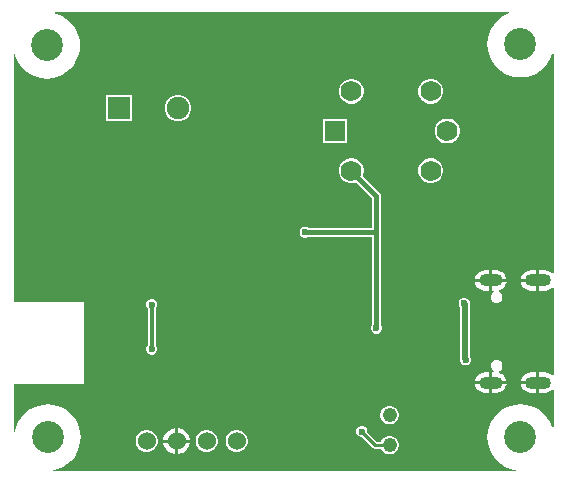
<source format=gbl>
G04*
G04 #@! TF.GenerationSoftware,Altium Limited,CircuitMaker,2.3.0 (3)*
G04*
G04 Layer_Physical_Order=2*
G04 Layer_Color=11436288*
%FSLAX25Y25*%
%MOIN*%
G70*
G04*
G04 #@! TF.SameCoordinates,D9861004-D678-4A7D-ADCB-9CC0BAE6BC75*
G04*
G04*
G04 #@! TF.FilePolarity,Positive*
G04*
G01*
G75*
%ADD10C,0.01000*%
%ADD90C,0.01181*%
%ADD91C,0.01968*%
%ADD92C,0.01575*%
%ADD93C,0.06937*%
%ADD94R,0.06937X0.06937*%
%ADD95C,0.07500*%
%ADD96R,0.07500X0.07500*%
%ADD97C,0.04800*%
%ADD98C,0.06000*%
G04:AMPARAMS|DCode=99|XSize=39.37mil|YSize=86.61mil|CornerRadius=19.68mil|HoleSize=0mil|Usage=FLASHONLY|Rotation=90.000|XOffset=0mil|YOffset=0mil|HoleType=Round|Shape=RoundedRectangle|*
%AMROUNDEDRECTD99*
21,1,0.03937,0.04724,0,0,90.0*
21,1,0.00000,0.08661,0,0,90.0*
1,1,0.03937,0.02362,0.00000*
1,1,0.03937,0.02362,0.00000*
1,1,0.03937,-0.02362,0.00000*
1,1,0.03937,-0.02362,0.00000*
%
%ADD99ROUNDEDRECTD99*%
G04:AMPARAMS|DCode=100|XSize=39.37mil|YSize=78.74mil|CornerRadius=19.68mil|HoleSize=0mil|Usage=FLASHONLY|Rotation=90.000|XOffset=0mil|YOffset=0mil|HoleType=Round|Shape=RoundedRectangle|*
%AMROUNDEDRECTD100*
21,1,0.03937,0.03937,0,0,90.0*
21,1,0.00000,0.07874,0,0,90.0*
1,1,0.03937,0.01968,0.00000*
1,1,0.03937,0.01968,0.00000*
1,1,0.03937,-0.01968,0.00000*
1,1,0.03937,-0.01968,0.00000*
%
%ADD100ROUNDEDRECTD100*%
%ADD101C,0.02362*%
%ADD102C,0.10630*%
G36*
X464660Y463083D02*
X463489Y462598D01*
X462011Y461692D01*
X460693Y460567D01*
X459568Y459248D01*
X458662Y457771D01*
X457999Y456169D01*
X457594Y454484D01*
X457458Y452756D01*
X457594Y451028D01*
X457999Y449343D01*
X458662Y447741D01*
X459568Y446263D01*
X460693Y444945D01*
X462011Y443820D01*
X463489Y442914D01*
X465091Y442251D01*
X466776Y441846D01*
X468504Y441710D01*
X470232Y441846D01*
X471917Y442251D01*
X473519Y442914D01*
X474997Y443820D01*
X476314Y444945D01*
X477440Y446263D01*
X478346Y447741D01*
X479009Y449343D01*
X479028Y449419D01*
X479528Y449360D01*
Y376561D01*
X479250Y376467D01*
X479028Y376427D01*
X478361Y376939D01*
X477547Y377276D01*
X476673Y377391D01*
X474811D01*
Y374016D01*
Y370640D01*
X476673D01*
X477547Y370755D01*
X478361Y371093D01*
X479028Y371604D01*
X479250Y371565D01*
X479528Y371470D01*
Y342506D01*
X479250Y342412D01*
X479028Y342372D01*
X478361Y342884D01*
X477547Y343221D01*
X476673Y343336D01*
X474811D01*
Y339961D01*
Y336585D01*
X476673D01*
X477547Y336700D01*
X478361Y337037D01*
X479028Y337549D01*
X479250Y337509D01*
X479528Y337415D01*
Y325148D01*
X479028Y325089D01*
X479009Y325165D01*
X478346Y326767D01*
X477440Y328245D01*
X476314Y329563D01*
X474997Y330688D01*
X473519Y331594D01*
X471917Y332257D01*
X470232Y332662D01*
X468504Y332798D01*
X466776Y332662D01*
X465091Y332257D01*
X463489Y331594D01*
X462011Y330688D01*
X460693Y329563D01*
X459568Y328245D01*
X458662Y326767D01*
X457999Y325165D01*
X457594Y323480D01*
X457458Y321752D01*
X457594Y320024D01*
X457999Y318339D01*
X458662Y316737D01*
X459568Y315259D01*
X460693Y313941D01*
X462011Y312816D01*
X463489Y311910D01*
X465091Y311247D01*
X466776Y310842D01*
X466871Y310835D01*
X466851Y310335D01*
X312578D01*
X312559Y310835D01*
X312653Y310842D01*
X314339Y311247D01*
X315940Y311910D01*
X317418Y312816D01*
X318736Y313941D01*
X319862Y315259D01*
X320767Y316737D01*
X321430Y318339D01*
X321835Y320024D01*
X321971Y321752D01*
X321835Y323480D01*
X321430Y325165D01*
X320767Y326767D01*
X319862Y328245D01*
X318736Y329563D01*
X317418Y330688D01*
X315940Y331594D01*
X314339Y332257D01*
X312653Y332662D01*
X310925Y332798D01*
X309197Y332662D01*
X307512Y332257D01*
X305910Y331594D01*
X304433Y330688D01*
X303115Y329563D01*
X301989Y328245D01*
X301083Y326767D01*
X300420Y325165D01*
X300015Y323480D01*
X300008Y323385D01*
X299508Y323405D01*
Y339492D01*
X323000D01*
Y367000D01*
X299511D01*
X299508Y367008D01*
Y449376D01*
X300008Y449435D01*
X300125Y448949D01*
X300788Y447347D01*
X301694Y445870D01*
X302819Y444552D01*
X304137Y443426D01*
X305615Y442520D01*
X307217Y441857D01*
X308902Y441452D01*
X310630Y441316D01*
X312358Y441452D01*
X314043Y441857D01*
X315645Y442520D01*
X317123Y443426D01*
X318441Y444552D01*
X319566Y445870D01*
X320472Y447347D01*
X321135Y448949D01*
X321540Y450634D01*
X321676Y452362D01*
X321540Y454090D01*
X321135Y455776D01*
X320472Y457377D01*
X319566Y458855D01*
X318441Y460173D01*
X317123Y461299D01*
X315645Y462204D01*
X314043Y462867D01*
X313147Y463083D01*
X313206Y463583D01*
X464560D01*
X464660Y463083D01*
D02*
G37*
%LPC*%
G36*
X439127Y441215D02*
X438038D01*
X436985Y440933D01*
X436042Y440388D01*
X435272Y439617D01*
X434727Y438674D01*
X434445Y437622D01*
Y436532D01*
X434727Y435480D01*
X435272Y434536D01*
X436042Y433766D01*
X436985Y433221D01*
X438038Y432939D01*
X439127D01*
X440180Y433221D01*
X441123Y433766D01*
X441894Y434536D01*
X442439Y435480D01*
X442721Y436532D01*
Y437622D01*
X442439Y438674D01*
X441894Y439617D01*
X441123Y440388D01*
X440180Y440933D01*
X439127Y441215D01*
D02*
G37*
G36*
X412680D02*
X411591D01*
X410539Y440933D01*
X409595Y440388D01*
X408825Y439617D01*
X408280Y438674D01*
X407998Y437622D01*
Y436532D01*
X408280Y435480D01*
X408825Y434536D01*
X409595Y433766D01*
X410539Y433221D01*
X411591Y432939D01*
X412680D01*
X413733Y433221D01*
X414676Y433766D01*
X415447Y434536D01*
X415992Y435480D01*
X416273Y436532D01*
Y437622D01*
X415992Y438674D01*
X415447Y439617D01*
X414676Y440388D01*
X413733Y440933D01*
X412680Y441215D01*
D02*
G37*
G36*
X354912Y435915D02*
X353749D01*
X352625Y435614D01*
X351617Y435032D01*
X350794Y434210D01*
X350213Y433202D01*
X349911Y432078D01*
Y430914D01*
X350213Y429790D01*
X350794Y428783D01*
X351617Y427960D01*
X352625Y427378D01*
X353749Y427077D01*
X354912D01*
X356036Y427378D01*
X357044Y427960D01*
X357867Y428783D01*
X358449Y429790D01*
X358750Y430914D01*
Y432078D01*
X358449Y433202D01*
X357867Y434210D01*
X357044Y435032D01*
X356036Y435614D01*
X354912Y435915D01*
D02*
G37*
G36*
X339065D02*
X330226D01*
Y427077D01*
X339065D01*
Y435915D01*
D02*
G37*
G36*
X444605Y427991D02*
X443515D01*
X442463Y427709D01*
X441519Y427164D01*
X440749Y426394D01*
X440204Y425451D01*
X439922Y424398D01*
Y423309D01*
X440204Y422256D01*
X440749Y421313D01*
X441519Y420542D01*
X442463Y419998D01*
X443515Y419716D01*
X444605D01*
X445657Y419998D01*
X446601Y420542D01*
X447371Y421313D01*
X447916Y422256D01*
X448198Y423309D01*
Y424398D01*
X447916Y425451D01*
X447371Y426394D01*
X446601Y427164D01*
X445657Y427709D01*
X444605Y427991D01*
D02*
G37*
G36*
X410796D02*
X402521D01*
Y419716D01*
X410796D01*
Y427991D01*
D02*
G37*
G36*
X439127Y414768D02*
X438038D01*
X436985Y414486D01*
X436042Y413941D01*
X435272Y413171D01*
X434727Y412227D01*
X434445Y411175D01*
Y410085D01*
X434727Y409033D01*
X435272Y408089D01*
X436042Y407319D01*
X436985Y406774D01*
X438038Y406492D01*
X439127D01*
X440180Y406774D01*
X441123Y407319D01*
X441894Y408089D01*
X442439Y409033D01*
X442721Y410085D01*
Y411175D01*
X442439Y412227D01*
X441894Y413171D01*
X441123Y413941D01*
X440180Y414486D01*
X439127Y414768D01*
D02*
G37*
G36*
X412680D02*
X411591D01*
X410539Y414486D01*
X409595Y413941D01*
X408825Y413171D01*
X408280Y412227D01*
X407998Y411175D01*
Y410085D01*
X408280Y409033D01*
X408825Y408089D01*
X409595Y407319D01*
X410539Y406774D01*
X411591Y406492D01*
X412680D01*
X413733Y406774D01*
X413833Y406832D01*
X419015Y401650D01*
Y391585D01*
X397832D01*
X397748Y391669D01*
X397068Y391950D01*
X396332D01*
X395652Y391669D01*
X395131Y391148D01*
X394850Y390468D01*
Y389732D01*
X395131Y389052D01*
X395652Y388531D01*
X396332Y388250D01*
X397068D01*
X397748Y388531D01*
X397832Y388615D01*
X419015D01*
Y359232D01*
X418931Y359148D01*
X418650Y358468D01*
Y357732D01*
X418931Y357052D01*
X419452Y356531D01*
X420132Y356250D01*
X420868D01*
X421548Y356531D01*
X422069Y357052D01*
X422350Y357732D01*
Y358468D01*
X422069Y359148D01*
X421985Y359232D01*
Y390100D01*
Y402266D01*
X421872Y402834D01*
X421550Y403316D01*
X415934Y408932D01*
X415992Y409033D01*
X416273Y410085D01*
Y411175D01*
X415992Y412227D01*
X415447Y413171D01*
X414676Y413941D01*
X413733Y414486D01*
X412680Y414768D01*
D02*
G37*
G36*
X460532Y377391D02*
X459063D01*
Y374516D01*
X463841D01*
X463792Y374889D01*
X463455Y375703D01*
X462918Y376402D01*
X462219Y376939D01*
X461405Y377276D01*
X460532Y377391D01*
D02*
G37*
G36*
X458063D02*
X456595D01*
X455721Y377276D01*
X454907Y376939D01*
X454208Y376402D01*
X453671Y375703D01*
X453334Y374889D01*
X453285Y374516D01*
X458063D01*
Y377391D01*
D02*
G37*
G36*
X473811D02*
X471949D01*
X471075Y377276D01*
X470261Y376939D01*
X469562Y376402D01*
X469026Y375703D01*
X468688Y374889D01*
X468639Y374516D01*
X473811D01*
Y377391D01*
D02*
G37*
G36*
Y373516D02*
X468639D01*
X468688Y373142D01*
X469026Y372328D01*
X469562Y371629D01*
X470261Y371093D01*
X471075Y370755D01*
X471949Y370640D01*
X473811D01*
Y373516D01*
D02*
G37*
G36*
X458063Y373516D02*
X453285D01*
X453334Y373142D01*
X453671Y372328D01*
X454208Y371629D01*
X454907Y371093D01*
X455721Y370755D01*
X456595Y370640D01*
X458063D01*
Y373516D01*
D02*
G37*
G36*
X463841D02*
X459063D01*
Y370640D01*
X459528D01*
X459627Y370140D01*
X459428Y370058D01*
X458879Y369509D01*
X458583Y368793D01*
Y368018D01*
X458879Y367302D01*
X459428Y366753D01*
X460144Y366457D01*
X460919D01*
X461635Y366753D01*
X462184Y367302D01*
X462480Y368018D01*
Y368793D01*
X462184Y369509D01*
X461635Y370058D01*
X461225Y370228D01*
X461293Y370741D01*
X461405Y370755D01*
X462219Y371093D01*
X462918Y371629D01*
X463455Y372328D01*
X463792Y373142D01*
X463841Y373516D01*
D02*
G37*
G36*
X345968Y367850D02*
X345232D01*
X344552Y367569D01*
X344031Y367048D01*
X343750Y366368D01*
Y365632D01*
X344031Y364952D01*
X344316Y364668D01*
Y352432D01*
X344031Y352148D01*
X343750Y351468D01*
Y350732D01*
X344031Y350052D01*
X344552Y349531D01*
X345232Y349250D01*
X345968D01*
X346648Y349531D01*
X347169Y350052D01*
X347450Y350732D01*
Y351468D01*
X347169Y352148D01*
X346884Y352432D01*
Y364668D01*
X347169Y364952D01*
X347450Y365632D01*
Y366368D01*
X347169Y367048D01*
X346648Y367569D01*
X345968Y367850D01*
D02*
G37*
G36*
X450073Y368189D02*
X449337D01*
X448657Y367907D01*
X448136Y367387D01*
X447854Y366707D01*
Y365970D01*
X448136Y365290D01*
X448216Y365211D01*
Y347835D01*
X448344Y347189D01*
X448347Y347186D01*
Y347171D01*
X448628Y346491D01*
X449149Y345971D01*
X449829Y345689D01*
X450565D01*
X451245Y345971D01*
X451765Y346491D01*
X452047Y347171D01*
Y347907D01*
X451765Y348587D01*
X451587Y348766D01*
Y366142D01*
X451555Y366304D01*
Y366707D01*
X451273Y367387D01*
X450753Y367907D01*
X450073Y368189D01*
D02*
G37*
G36*
X460919Y347520D02*
X460144D01*
X459428Y347223D01*
X458879Y346675D01*
X458583Y345958D01*
Y345183D01*
X458879Y344467D01*
X459428Y343919D01*
X459627Y343836D01*
X459528Y343336D01*
X459063D01*
Y340461D01*
X463841D01*
X463792Y340834D01*
X463455Y341648D01*
X462918Y342347D01*
X462219Y342884D01*
X461405Y343221D01*
X461293Y343236D01*
X461225Y343749D01*
X461635Y343919D01*
X462184Y344467D01*
X462480Y345183D01*
Y345958D01*
X462184Y346675D01*
X461635Y347223D01*
X460919Y347520D01*
D02*
G37*
G36*
X458063Y343336D02*
X456595D01*
X455721Y343221D01*
X454907Y342884D01*
X454208Y342347D01*
X453671Y341648D01*
X453334Y340834D01*
X453285Y340461D01*
X458063D01*
Y343336D01*
D02*
G37*
G36*
X473811D02*
X471949D01*
X471075Y343221D01*
X470261Y342884D01*
X469562Y342347D01*
X469026Y341648D01*
X468688Y340834D01*
X468639Y340461D01*
X473811D01*
Y343336D01*
D02*
G37*
G36*
Y339461D02*
X468639D01*
X468688Y339087D01*
X469026Y338273D01*
X469562Y337574D01*
X470261Y337037D01*
X471075Y336700D01*
X471949Y336585D01*
X473811D01*
Y339461D01*
D02*
G37*
G36*
X463841Y339461D02*
X459063D01*
Y336585D01*
X460532D01*
X461405Y336700D01*
X462219Y337037D01*
X462918Y337574D01*
X463455Y338273D01*
X463792Y339087D01*
X463841Y339461D01*
D02*
G37*
G36*
X458063D02*
X453285D01*
X453334Y339087D01*
X453671Y338273D01*
X454208Y337574D01*
X454907Y337037D01*
X455721Y336700D01*
X456595Y336585D01*
X458063D01*
Y339461D01*
D02*
G37*
G36*
X425306Y332203D02*
X424498D01*
X423717Y331994D01*
X423017Y331590D01*
X422445Y331018D01*
X422041Y330319D01*
X421832Y329538D01*
Y328730D01*
X422041Y327949D01*
X422445Y327249D01*
X423017Y326678D01*
X423717Y326274D01*
X424498Y326065D01*
X425306D01*
X426086Y326274D01*
X426786Y326678D01*
X427358Y327249D01*
X427762Y327949D01*
X427971Y328730D01*
Y329538D01*
X427762Y330319D01*
X427358Y331018D01*
X426786Y331590D01*
X426086Y331994D01*
X425306Y332203D01*
D02*
G37*
G36*
X354454Y324850D02*
X354378D01*
Y320972D01*
X358256D01*
Y321049D01*
X357958Y322162D01*
X357381Y323161D01*
X356566Y323976D01*
X355568Y324552D01*
X354454Y324850D01*
D02*
G37*
G36*
X353378D02*
X353302D01*
X352188Y324552D01*
X351190Y323976D01*
X350375Y323161D01*
X349798Y322162D01*
X349500Y321049D01*
Y320972D01*
X353378D01*
Y324850D01*
D02*
G37*
G36*
X374361Y324142D02*
X373395D01*
X372462Y323892D01*
X371625Y323409D01*
X370942Y322725D01*
X370459Y321889D01*
X370209Y320955D01*
Y319989D01*
X370459Y319056D01*
X370942Y318219D01*
X371625Y317536D01*
X372462Y317053D01*
X373395Y316803D01*
X374361D01*
X375294Y317053D01*
X376131Y317536D01*
X376814Y318219D01*
X377297Y319056D01*
X377547Y319989D01*
Y320955D01*
X377297Y321889D01*
X376814Y322725D01*
X376131Y323409D01*
X375294Y323892D01*
X374361Y324142D01*
D02*
G37*
G36*
X364361D02*
X363395D01*
X362462Y323892D01*
X361625Y323409D01*
X360942Y322725D01*
X360459Y321889D01*
X360209Y320955D01*
Y319989D01*
X360459Y319056D01*
X360942Y318219D01*
X361625Y317536D01*
X362462Y317053D01*
X363395Y316803D01*
X364361D01*
X365294Y317053D01*
X366131Y317536D01*
X366814Y318219D01*
X367297Y319056D01*
X367547Y319989D01*
Y320955D01*
X367297Y321889D01*
X366814Y322725D01*
X366131Y323409D01*
X365294Y323892D01*
X364361Y324142D01*
D02*
G37*
G36*
X344361D02*
X343395D01*
X342462Y323892D01*
X341625Y323409D01*
X340942Y322725D01*
X340459Y321889D01*
X340209Y320955D01*
Y319989D01*
X340459Y319056D01*
X340942Y318219D01*
X341625Y317536D01*
X342462Y317053D01*
X343395Y316803D01*
X344361D01*
X345294Y317053D01*
X346131Y317536D01*
X346814Y318219D01*
X347297Y319056D01*
X347547Y319989D01*
Y320955D01*
X347297Y321889D01*
X346814Y322725D01*
X346131Y323409D01*
X345294Y323892D01*
X344361Y324142D01*
D02*
G37*
G36*
X358256Y319972D02*
X354378D01*
Y316094D01*
X354454D01*
X355568Y316393D01*
X356566Y316969D01*
X357381Y317784D01*
X357958Y318783D01*
X358256Y319896D01*
Y319972D01*
D02*
G37*
G36*
X353378D02*
X349500D01*
Y319896D01*
X349798Y318783D01*
X350375Y317784D01*
X351190Y316969D01*
X352188Y316393D01*
X353302Y316094D01*
X353378D01*
Y319972D01*
D02*
G37*
G36*
X416018Y325472D02*
X415281D01*
X414602Y325191D01*
X414081Y324670D01*
X413799Y323990D01*
Y323254D01*
X414081Y322574D01*
X414602Y322053D01*
X415281Y321772D01*
X415814D01*
X419295Y318291D01*
X419682Y318032D01*
X420138Y317942D01*
X422046D01*
X422445Y317249D01*
X423017Y316678D01*
X423717Y316274D01*
X424498Y316065D01*
X425306D01*
X426086Y316274D01*
X426786Y316678D01*
X427358Y317249D01*
X427762Y317949D01*
X427971Y318730D01*
Y319538D01*
X427762Y320319D01*
X427358Y321018D01*
X426786Y321590D01*
X426086Y321994D01*
X425306Y322203D01*
X424498D01*
X423717Y321994D01*
X423017Y321590D01*
X422445Y321018D01*
X422046Y320326D01*
X420632D01*
X417500Y323458D01*
Y323990D01*
X417218Y324670D01*
X416698Y325191D01*
X416018Y325472D01*
D02*
G37*
%LPD*%
D10*
X415650Y323622D02*
X420138Y319134D01*
X424902D01*
D90*
X345600Y351100D02*
Y366000D01*
D91*
X449902Y347835D02*
X450197Y347539D01*
X449902Y347835D02*
Y366142D01*
X449705Y366339D02*
X449902Y366142D01*
D92*
X396700Y390100D02*
X420500D01*
Y402266D01*
Y358100D02*
Y390100D01*
X412136Y410630D02*
X420500Y402266D01*
D93*
X438583Y410630D02*
D03*
Y437077D02*
D03*
X444060Y423853D02*
D03*
X412136Y437077D02*
D03*
Y410630D02*
D03*
D94*
X406658Y423853D02*
D03*
D95*
X354331Y431496D02*
D03*
D96*
X334646D02*
D03*
D97*
X424902Y329134D02*
D03*
Y319134D02*
D03*
D98*
X373878Y320472D02*
D03*
X363878D02*
D03*
X353878D02*
D03*
X343878D02*
D03*
D99*
X474311Y374016D02*
D03*
Y339961D02*
D03*
D100*
X458563D02*
D03*
Y374016D02*
D03*
D101*
X416831Y362402D02*
D03*
X450197Y347539D02*
D03*
X449705Y366339D02*
D03*
X458563Y334252D02*
D03*
X474409Y333760D02*
D03*
X446949Y356890D02*
D03*
X380048Y402145D02*
D03*
X391437Y406988D02*
D03*
X379528Y322638D02*
D03*
X378445Y326378D02*
D03*
X380512Y436811D02*
D03*
X379921Y444488D02*
D03*
X369587Y451083D02*
D03*
X474213Y380413D02*
D03*
X458268Y380709D02*
D03*
X432874Y388287D02*
D03*
X389961Y390453D02*
D03*
X393110Y369980D02*
D03*
X389370Y382382D02*
D03*
X330020Y338189D02*
D03*
X326100Y338200D02*
D03*
X345600Y366000D02*
D03*
X366800Y406500D02*
D03*
X358465Y404134D02*
D03*
X337500Y384900D02*
D03*
X332579Y370276D02*
D03*
X328900Y378400D02*
D03*
X404134Y393110D02*
D03*
X416800Y393100D02*
D03*
X425500Y391600D02*
D03*
X425600Y385000D02*
D03*
X425492Y381398D02*
D03*
X411024Y357185D02*
D03*
X404528Y358268D02*
D03*
X415453Y348425D02*
D03*
X415600Y338600D02*
D03*
X401673Y341043D02*
D03*
X395571Y340059D02*
D03*
X389300Y336100D02*
D03*
X401673Y336614D02*
D03*
X385200Y342700D02*
D03*
X407400Y317300D02*
D03*
X398400Y316000D02*
D03*
X386910Y315945D02*
D03*
X369193Y326083D02*
D03*
X362800Y334000D02*
D03*
X358300Y334500D02*
D03*
X354300Y340900D02*
D03*
X338600Y326900D02*
D03*
X339400Y336500D02*
D03*
X323100Y331000D02*
D03*
X309200Y424300D02*
D03*
X344390Y376673D02*
D03*
X320600Y372000D02*
D03*
X306299Y335039D02*
D03*
X442913Y319488D02*
D03*
X454331Y329134D02*
D03*
X469800Y400000D02*
D03*
X470000Y418000D02*
D03*
X469000Y434900D02*
D03*
X448600Y458100D02*
D03*
X424900Y448400D02*
D03*
X379000Y458900D02*
D03*
X352300Y450600D02*
D03*
X332600Y451600D02*
D03*
X345600Y351100D02*
D03*
X404528Y372835D02*
D03*
X396700Y390100D02*
D03*
X420500Y358100D02*
D03*
X363480Y350193D02*
D03*
X368201D02*
D03*
X323700Y317100D02*
D03*
X349016Y325984D02*
D03*
X415650Y323622D02*
D03*
X363500Y355200D02*
D03*
X363400Y360700D02*
D03*
X368100Y365400D02*
D03*
X376500Y355000D02*
D03*
X372236Y350193D02*
D03*
X372342Y365476D02*
D03*
X376500Y360500D02*
D03*
X439567Y356890D02*
D03*
X376476Y350193D02*
D03*
Y365476D02*
D03*
X363480D02*
D03*
D102*
X468504Y452756D02*
D03*
X310630Y452362D02*
D03*
X310925Y321752D02*
D03*
X468504D02*
D03*
M02*

</source>
